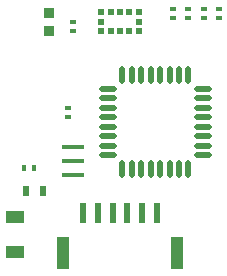
<source format=gtp>
G04 #@! TF.FileFunction,Paste,Top*
%FSLAX46Y46*%
G04 Gerber Fmt 4.6, Leading zero omitted, Abs format (unit mm)*
G04 Created by KiCad (PCBNEW 4.0.7) date 07/27/18 12:45:35*
%MOMM*%
%LPD*%
G01*
G04 APERTURE LIST*
%ADD10C,0.100000*%
%ADD11R,0.500000X0.400000*%
%ADD12O,1.500000X0.500000*%
%ADD13O,0.500000X1.500000*%
%ADD14R,1.600000X1.000000*%
%ADD15R,0.600000X1.800000*%
%ADD16R,1.000000X2.800000*%
%ADD17R,0.500000X0.900000*%
%ADD18R,0.889000X0.889000*%
%ADD19R,0.580000X0.500000*%
%ADD20R,0.500000X0.500000*%
%ADD21R,0.400000X0.500000*%
%ADD22R,1.900000X0.400000*%
G04 APERTURE END LIST*
D10*
D11*
X146000000Y-90500000D03*
X146000000Y-91300000D03*
D12*
X149000000Y-96200000D03*
X149000000Y-97000000D03*
X149000000Y-97800000D03*
X149000000Y-98600000D03*
X149000000Y-99400000D03*
X149000000Y-100200000D03*
X149000000Y-101000000D03*
X149000000Y-101800000D03*
D13*
X150200000Y-103000000D03*
X151000000Y-103000000D03*
X151800000Y-103000000D03*
X152600000Y-103000000D03*
X153400000Y-103000000D03*
X154200000Y-103000000D03*
X155000000Y-103000000D03*
X155800000Y-103000000D03*
D12*
X157000000Y-101800000D03*
X157000000Y-101000000D03*
X157000000Y-100200000D03*
X157000000Y-99400000D03*
X157000000Y-98600000D03*
X157000000Y-97800000D03*
X157000000Y-97000000D03*
X157000000Y-96200000D03*
D13*
X155800000Y-95000000D03*
X155000000Y-95000000D03*
X154200000Y-95000000D03*
X153400000Y-95000000D03*
X152600000Y-95000000D03*
X151800000Y-95000000D03*
X151000000Y-95000000D03*
X150200000Y-95000000D03*
D14*
X141100000Y-107000000D03*
X141100000Y-110000000D03*
D15*
X153125000Y-106725000D03*
X151875000Y-106725000D03*
X150625000Y-106725000D03*
X149375000Y-106725000D03*
X148125000Y-106725000D03*
X146875000Y-106725000D03*
D16*
X145150000Y-110075000D03*
X154850000Y-110075000D03*
D17*
X142000000Y-104800000D03*
X143500000Y-104800000D03*
D18*
X144000000Y-89738000D03*
X144000000Y-91262000D03*
D19*
X148360000Y-89700000D03*
D20*
X149200000Y-89700000D03*
X150000000Y-89700000D03*
X150800000Y-89700000D03*
X151600000Y-89700000D03*
X151600000Y-90500000D03*
X151600000Y-91300000D03*
X150800000Y-91300000D03*
X150000000Y-91300000D03*
X149200000Y-91300000D03*
X148400000Y-91300000D03*
X148400000Y-90500000D03*
D21*
X141900000Y-102900000D03*
X142700000Y-102900000D03*
D11*
X154500000Y-89400000D03*
X154500000Y-90200000D03*
X155800000Y-89400000D03*
X155800000Y-90200000D03*
X157100000Y-89400000D03*
X157100000Y-90200000D03*
X158400000Y-89400000D03*
X158400000Y-90200000D03*
D22*
X146000000Y-103500000D03*
X146000000Y-102300000D03*
X146000000Y-101100000D03*
D11*
X145600000Y-98600000D03*
X145600000Y-97800000D03*
M02*

</source>
